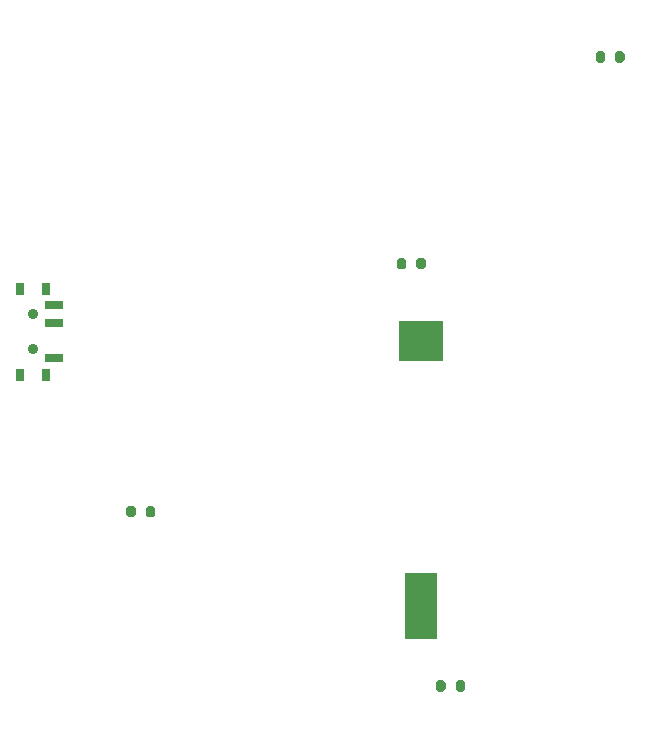
<source format=gbr>
%TF.GenerationSoftware,KiCad,Pcbnew,(5.1.10)-1*%
%TF.CreationDate,2021-10-20T07:51:42+02:00*%
%TF.ProjectId,TVZ_kuglica,54565a5f-6b75-4676-9c69-63612e6b6963,rev?*%
%TF.SameCoordinates,Original*%
%TF.FileFunction,Soldermask,Bot*%
%TF.FilePolarity,Negative*%
%FSLAX46Y46*%
G04 Gerber Fmt 4.6, Leading zero omitted, Abs format (unit mm)*
G04 Created by KiCad (PCBNEW (5.1.10)-1) date 2021-10-20 07:51:42*
%MOMM*%
%LPD*%
G01*
G04 APERTURE LIST*
%ADD10C,0.900000*%
%ADD11R,1.500000X0.700000*%
%ADD12R,0.800000X1.000000*%
%ADD13R,3.800000X3.500000*%
%ADD14R,2.800000X5.700000*%
G04 APERTURE END LIST*
D10*
%TO.C,SW1*%
X104170000Y-101250000D03*
X104170000Y-98250000D03*
D11*
X105930000Y-102000000D03*
X105930000Y-99000000D03*
X105930000Y-97500000D03*
D12*
X103070000Y-103400000D03*
X103070000Y-96100000D03*
X105280000Y-96100000D03*
X105280000Y-103400000D03*
%TD*%
D13*
%TO.C,BT1*%
X137000000Y-100500000D03*
D14*
X137000000Y-123000000D03*
%TD*%
%TO.C,R1*%
G36*
G01*
X134950000Y-94275000D02*
X134950000Y-93725000D01*
G75*
G02*
X135150000Y-93525000I200000J0D01*
G01*
X135550000Y-93525000D01*
G75*
G02*
X135750000Y-93725000I0J-200000D01*
G01*
X135750000Y-94275000D01*
G75*
G02*
X135550000Y-94475000I-200000J0D01*
G01*
X135150000Y-94475000D01*
G75*
G02*
X134950000Y-94275000I0J200000D01*
G01*
G37*
G36*
G01*
X136600000Y-94275000D02*
X136600000Y-93725000D01*
G75*
G02*
X136800000Y-93525000I200000J0D01*
G01*
X137200000Y-93525000D01*
G75*
G02*
X137400000Y-93725000I0J-200000D01*
G01*
X137400000Y-94275000D01*
G75*
G02*
X137200000Y-94475000I-200000J0D01*
G01*
X136800000Y-94475000D01*
G75*
G02*
X136600000Y-94275000I0J200000D01*
G01*
G37*
%TD*%
%TO.C,R2*%
G36*
G01*
X151775000Y-76775000D02*
X151775000Y-76225000D01*
G75*
G02*
X151975000Y-76025000I200000J0D01*
G01*
X152375000Y-76025000D01*
G75*
G02*
X152575000Y-76225000I0J-200000D01*
G01*
X152575000Y-76775000D01*
G75*
G02*
X152375000Y-76975000I-200000J0D01*
G01*
X151975000Y-76975000D01*
G75*
G02*
X151775000Y-76775000I0J200000D01*
G01*
G37*
G36*
G01*
X153425000Y-76775000D02*
X153425000Y-76225000D01*
G75*
G02*
X153625000Y-76025000I200000J0D01*
G01*
X154025000Y-76025000D01*
G75*
G02*
X154225000Y-76225000I0J-200000D01*
G01*
X154225000Y-76775000D01*
G75*
G02*
X154025000Y-76975000I-200000J0D01*
G01*
X153625000Y-76975000D01*
G75*
G02*
X153425000Y-76775000I0J200000D01*
G01*
G37*
%TD*%
%TO.C,R3*%
G36*
G01*
X112025000Y-115275000D02*
X112025000Y-114725000D01*
G75*
G02*
X112225000Y-114525000I200000J0D01*
G01*
X112625000Y-114525000D01*
G75*
G02*
X112825000Y-114725000I0J-200000D01*
G01*
X112825000Y-115275000D01*
G75*
G02*
X112625000Y-115475000I-200000J0D01*
G01*
X112225000Y-115475000D01*
G75*
G02*
X112025000Y-115275000I0J200000D01*
G01*
G37*
G36*
G01*
X113675000Y-115275000D02*
X113675000Y-114725000D01*
G75*
G02*
X113875000Y-114525000I200000J0D01*
G01*
X114275000Y-114525000D01*
G75*
G02*
X114475000Y-114725000I0J-200000D01*
G01*
X114475000Y-115275000D01*
G75*
G02*
X114275000Y-115475000I-200000J0D01*
G01*
X113875000Y-115475000D01*
G75*
G02*
X113675000Y-115275000I0J200000D01*
G01*
G37*
%TD*%
%TO.C,R4*%
G36*
G01*
X139925000Y-130025000D02*
X139925000Y-129475000D01*
G75*
G02*
X140125000Y-129275000I200000J0D01*
G01*
X140525000Y-129275000D01*
G75*
G02*
X140725000Y-129475000I0J-200000D01*
G01*
X140725000Y-130025000D01*
G75*
G02*
X140525000Y-130225000I-200000J0D01*
G01*
X140125000Y-130225000D01*
G75*
G02*
X139925000Y-130025000I0J200000D01*
G01*
G37*
G36*
G01*
X138275000Y-130025000D02*
X138275000Y-129475000D01*
G75*
G02*
X138475000Y-129275000I200000J0D01*
G01*
X138875000Y-129275000D01*
G75*
G02*
X139075000Y-129475000I0J-200000D01*
G01*
X139075000Y-130025000D01*
G75*
G02*
X138875000Y-130225000I-200000J0D01*
G01*
X138475000Y-130225000D01*
G75*
G02*
X138275000Y-130025000I0J200000D01*
G01*
G37*
%TD*%
M02*

</source>
